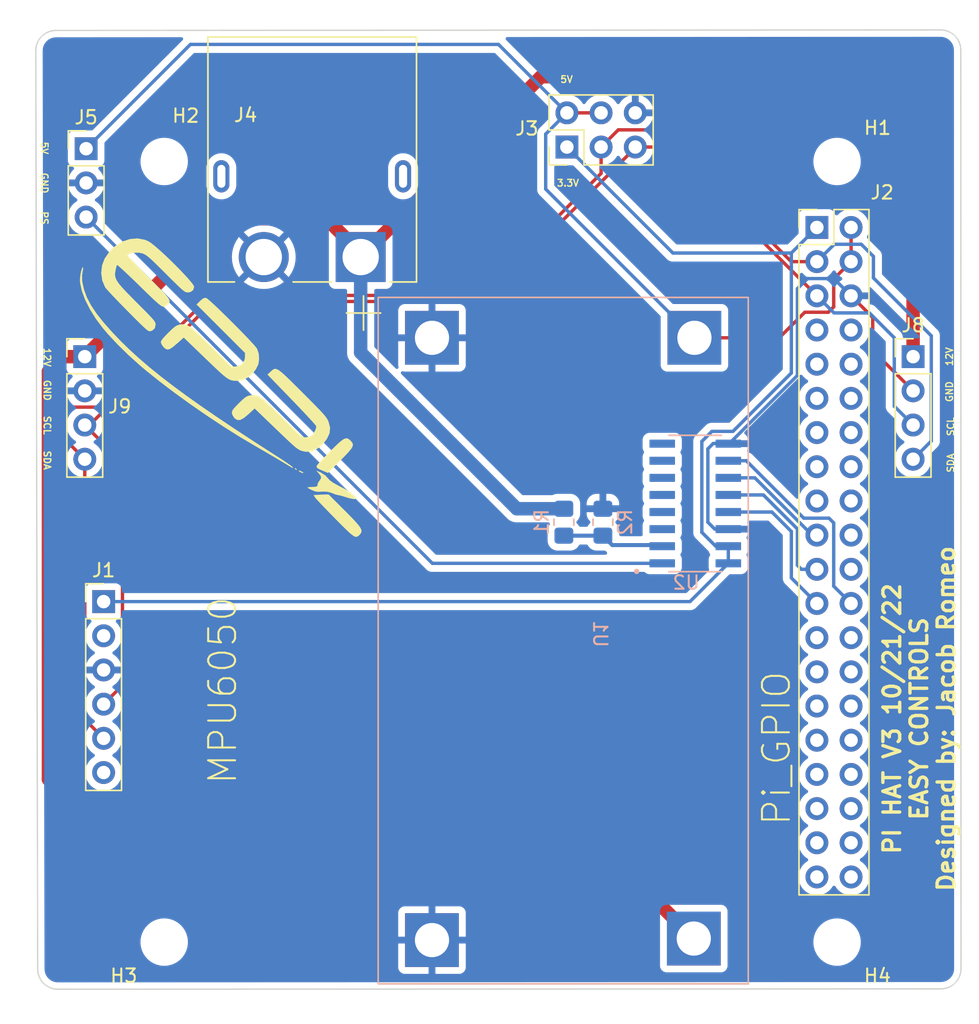
<source format=kicad_pcb>
(kicad_pcb (version 20211014) (generator pcbnew)
  (layers (0 "F.Cu" signal) (31 "B.Cu" signal) (34 "B.Paste" user) (35 "F.Paste" user) (36 "B.SilkS" user "B.Silkscreen") (37 "F.SilkS" user "F.Silkscreen") (38 "B.Mask" user) (39 "F.Mask" user) (44 "Edge.Cuts" user))
  (net 0 "")
  (net 14 "/3.3V")
  (net 17 "/MOSI")
  (net 18 "/MISO")
  (net 19 "/CS")
  (net 36 "GND")
  (net 37 "/5V")
  (net 38 "/SCL")
  (net 39 "/SDA")
  (net 40 "/A-D Converter/PS")
  (net 41 "/12V")
  (net 42 "/A-D Converter/4V")
  (net 43 "/SCLK")
  (net 46 "/VCC")
  (footprint "Connector_PinHeader_2.54mm:PinHeader_2x03_P2.54mm_Vertical" (layer "F.Cu") (at 132.425 73.425 90)
    (fp_text reference "J3" (at 1.375 -2.975) (layer "F.SilkS"))
    (fp_text value "Display")
    (fp_line (start 3.87 -1.33) (end 3.87 6.41) (layer "F.SilkS") (width 0.12))
    (fp_line (start -1.33 0) (end -1.33 -1.33) (layer "F.SilkS") (width 0.12))
    (fp_line (start 1.27 1.27) (end 1.27 -1.33) (layer "F.SilkS") (width 0.12))
    (fp_line (start -1.33 1.27) (end 1.27 1.27) (layer "F.SilkS") (width 0.12))
    (fp_line (start -1.33 -1.33) (end 0 -1.33) (layer "F.SilkS") (width 0.12))
    (fp_line (start 1.27 -1.33) (end 3.87 -1.33) (layer "F.SilkS") (width 0.12))
    (fp_line (start -1.33 6.41) (end 3.87 6.41) (layer "F.SilkS") (width 0.12))
    (fp_line (start -1.33 1.27) (end -1.33 6.41) (layer "F.SilkS") (width 0.12))
    (pad "1" thru_hole rect locked (at 0 0 90) (size 1.7 1.7) (drill 1) (layers *.Cu *.Mask) (net 14 "/3.3V"))
    (pad "2" thru_hole oval locked (at 2.54 0 90) (size 1.7 1.7) (drill 1) (layers *.Cu *.Mask) (net 37 "/5V"))
    (pad "3" thru_hole oval locked (at 0 2.54 90) (size 1.7 1.7) (drill 1) (layers *.Cu *.Mask) (net 39 "/SDA"))
    (pad "4" thru_hole oval locked (at 2.54 2.54 90) (size 1.7 1.7) (drill 1) (layers *.Cu *.Mask) (net 37 "/5V"))
    (pad "5" thru_hole oval locked (at 0 5.08 90) (size 1.7 1.7) (drill 1) (layers *.Cu *.Mask) (net 38 "/SCL"))
    (pad "6" thru_hole oval locked (at 2.54 5.08 90) (size 1.7 1.7) (drill 1) (layers *.Cu *.Mask) (net 36 "GND"))
  )
  (footprint "MountingHole:MountingHole_2.5mm" (layer "F.Cu") (at 152.5 74.5)
    (fp_text reference "H1" (at 3 -2.5) (layer "F.SilkS"))
    (fp_text value "MountingHole" hide)
    (pad "" np_thru_hole circle locked (at 0 0) (size 2.5 2.5) (drill 2.5) (layers *.Cu *.Mask))
  )
  (footprint "MountingHole:MountingHole_2.5mm" (layer "F.Cu") (at 102.5 74.5)
    (fp_text reference "H2" (at 1.6 -3.4) (layer "F.SilkS"))
    (fp_text value "MountingHole" hide)
    (pad "" np_thru_hole circle locked (at 0 0) (size 2.5 2.5) (drill 2.5) (layers *.Cu *.Mask))
  )
  (footprint "MountingHole:MountingHole_2.5mm" (layer "F.Cu") (at 102.5 132.5)
    (fp_text reference "H3" (at -3 2.5) (layer "F.SilkS"))
    (fp_text value "MountingHole" hide)
    (pad "" np_thru_hole circle locked (at 0 0) (size 2.5 2.5) (drill 2.5) (layers *.Cu *.Mask))
  )
  (footprint "Connector_PinHeader_2.54mm:PinHeader_1x06_P2.54mm_Vertical" (layer "F.Cu") (at 98 107.2)
    (fp_text reference "J1" (at 0 -2.33) (layer "F.SilkS"))
    (fp_text value "MPU 6050")
    (fp_line (start -1.33 1.27) (end -1.33 14.03) (layer "F.SilkS") (width 0.12))
    (fp_line (start 1.33 1.27) (end 1.33 14.03) (layer "F.SilkS") (width 0.12))
    (fp_line (start -1.33 14.03) (end 1.33 14.03) (layer "F.SilkS") (width 0.12))
    (fp_line (start -1.33 -1.33) (end 0 -1.33) (layer "F.SilkS") (width 0.12))
    (fp_line (start -1.33 0) (end -1.33 -1.33) (layer "F.SilkS") (width 0.12))
    (fp_line (start -1.33 1.27) (end 1.33 1.27) (layer "F.SilkS") (width 0.12))
    (pad "1" thru_hole rect (at 0 0) (size 1.7 1.7) (drill 1) (layers *.Cu *.Mask) (net 14 "/3.3V"))
    (pad "2" thru_hole oval (at 0 2.54) (size 1.7 1.7) (drill 1) (layers *.Cu *.Mask))
    (pad "3" thru_hole oval (at 0 5.08) (size 1.7 1.7) (drill 1) (layers *.Cu *.Mask) (net 36 "GND"))
    (pad "4" thru_hole oval (at 0 7.62) (size 1.7 1.7) (drill 1) (layers *.Cu *.Mask) (net 38 "/SCL"))
    (pad "5" thru_hole oval (at 0 10.16) (size 1.7 1.7) (drill 1) (layers *.Cu *.Mask) (net 39 "/SDA"))
    (pad "6" thru_hole oval (at 0 12.7) (size 1.7 1.7) (drill 1) (layers *.Cu *.Mask))
  )
  (footprint "MountingHole:MountingHole_2.5mm" (layer "F.Cu") (at 152.5 132.5)
    (fp_text reference "H4" (at 3 2.5) (layer "F.SilkS"))
    (fp_text value "MountingHole" hide)
    (pad "" np_thru_hole circle locked (at 0 0) (size 2.5 2.5) (drill 2.5) (layers *.Cu *.Mask))
  )
  (footprint "Connector_PinHeader_2.54mm:PinHeader_2x20_P2.54mm_Vertical" (layer "F.Cu") (at 151 79.4)
    (fp_text reference "J2" (at 4.85 -2.6) (layer "F.SilkS"))
    (fp_text value "Pi_GPIO" (at -3 38.7 90) (layer "F.SilkS") (effects (font (size 2 2))))
    (fp_line (start 1.27 1.27) (end 1.27 -1.33) (layer "F.SilkS") (width 0.12))
    (fp_line (start 3.87 -1.33) (end 3.87 49.59) (layer "F.SilkS") (width 0.12))
    (fp_line (start 1.27 -1.33) (end 3.87 -1.33) (layer "F.SilkS") (width 0.12))
    (fp_line (start -1.33 -1.33) (end 0 -1.33) (layer "F.SilkS") (width 0.12))
    (fp_line (start -1.33 1.27) (end -1.33 49.59) (layer "F.SilkS") (width 0.12))
    (fp_line (start -1.33 1.27) (end 1.27 1.27) (layer "F.SilkS") (width 0.12))
    (fp_line (start -1.33 0) (end -1.33 -1.33) (layer "F.SilkS") (width 0.12))
    (fp_line (start -1.33 49.59) (end 3.87 49.59) (layer "F.SilkS") (width 0.12))
    (pad "1" thru_hole rect locked (at 0 0) (size 1.7 1.7) (drill 1) (layers *.Cu *.Mask) (net 14 "/3.3V"))
    (pad "2" thru_hole oval locked (at 2.54 0) (size 1.7 1.7) (drill 1) (layers *.Cu *.Mask) (net 37 "/5V"))
    (pad "3" thru_hole oval locked (at 0 2.54) (size 1.7 1.7) (drill 1) (layers *.Cu *.Mask) (net 39 "/SDA"))
    (pad "4" thru_hole oval locked (at 2.54 2.54) (size 1.7 1.7) (drill 1) (layers *.Cu *.Mask) (net 37 "/5V"))
    (pad "5" thru_hole oval locked (at 0 5.08) (size 1.7 1.7) (drill 1) (layers *.Cu *.Mask) (net 38 "/SCL"))
    (pad "6" thru_hole oval locked (at 2.54 5.08) (size 1.7 1.7) (drill 1) (layers *.Cu *.Mask) (net 36 "GND"))
    (pad "7" thru_hole oval locked (at 0 7.62) (size 1.7 1.7) (drill 1) (layers *.Cu *.Mask))
    (pad "8" thru_hole oval locked (at 2.54 7.62) (size 1.7 1.7) (drill 1) (layers *.Cu *.Mask))
    (pad "9" thru_hole oval locked (at 0 10.16) (size 1.7 1.7) (drill 1) (layers *.Cu *.Mask))
    (pad "10" thru_hole oval locked (at 2.54 10.16) (size 1.7 1.7) (drill 1) (layers *.Cu *.Mask))
    (pad "11" thru_hole oval locked (at 0 12.7) (size 1.7 1.7) (drill 1) (layers *.Cu *.Mask))
    (pad "12" thru_hole oval locked (at 2.54 12.7) (size 1.7 1.7) (drill 1) (layers *.Cu *.Mask))
    (pad "13" thru_hole oval locked (at 0 15.24) (size 1.7 1.7) (drill 1) (layers *.Cu *.Mask))
    (pad "14" thru_hole oval locked (at 2.54 15.24) (size 1.7 1.7) (drill 1) (layers *.Cu *.Mask))
    (pad "15" thru_hole oval locked (at 0 17.78) (size 1.7 1.7) (drill 1) (layers *.Cu *.Mask))
    (pad "16" thru_hole oval locked (at 2.54 17.78) (size 1.7 1.7) (drill 1) (layers *.Cu *.Mask))
    (pad "17" thru_hole oval locked (at 0 20.32) (size 1.7 1.7) (drill 1) (layers *.Cu *.Mask))
    (pad "18" thru_hole oval locked (at 2.54 20.32) (size 1.7 1.7) (drill 1) (layers *.Cu *.Mask))
    (pad "19" thru_hole oval locked (at 0 22.86) (size 1.7 1.7) (drill 1) (layers *.Cu *.Mask) (net 17 "/MOSI"))
    (pad "20" thru_hole oval locked (at 2.54 22.86) (size 1.7 1.7) (drill 1) (layers *.Cu *.Mask))
    (pad "21" thru_hole oval locked (at 0 25.4) (size 1.7 1.7) (drill 1) (layers *.Cu *.Mask) (net 18 "/MISO"))
    (pad "22" thru_hole oval locked (at 2.54 25.4) (size 1.7 1.7) (drill 1) (layers *.Cu *.Mask))
    (pad "23" thru_hole oval locked (at 0 27.94) (size 1.7 1.7) (drill 1) (layers *.Cu *.Mask) (net 43 "/SCLK"))
    (pad "24" thru_hole oval locked (at 2.54 27.94) (size 1.7 1.7) (drill 1) (layers *.Cu *.Mask) (net 19 "/CS"))
    (pad "25" thru_hole oval locked (at 0 30.48) (size 1.7 1.7) (drill 1) (layers *.Cu *.Mask))
    (pad "26" thru_hole oval locked (at 2.54 30.48) (size 1.7 1.7) (drill 1) (layers *.Cu *.Mask))
    (pad "27" thru_hole oval locked (at 0 33.02) (size 1.7 1.7) (drill 1) (layers *.Cu *.Mask))
    (pad "28" thru_hole oval locked (at 2.54 33.02) (size 1.7 1.7) (drill 1) (layers *.Cu *.Mask))
    (pad "29" thru_hole oval locked (at 0 35.56) (size 1.7 1.7) (drill 1) (layers *.Cu *.Mask))
    (pad "30" thru_hole oval locked (at 2.54 35.56) (size 1.7 1.7) (drill 1) (layers *.Cu *.Mask))
    (pad "31" thru_hole oval locked (at 0 38.1) (size 1.7 1.7) (drill 1) (layers *.Cu *.Mask))
    (pad "32" thru_hole oval locked (at 2.54 38.1) (size 1.7 1.7) (drill 1) (layers *.Cu *.Mask))
    (pad "33" thru_hole oval locked (at 0 40.64) (size 1.7 1.7) (drill 1) (layers *.Cu *.Mask))
    (pad "34" thru_hole oval locked (at 2.54 40.64) (size 1.7 1.7) (drill 1) (layers *.Cu *.Mask))
    (pad "35" thru_hole oval locked (at 0 43.18) (size 1.7 1.7) (drill 1) (layers *.Cu *.Mask))
    (pad "36" thru_hole oval locked (at 2.54 43.18) (size 1.7 1.7) (drill 1) (layers *.Cu *.Mask))
    (pad "37" thru_hole oval locked (at 0 45.72) (size 1.7 1.7) (drill 1) (layers *.Cu *.Mask))
    (pad "38" thru_hole oval locked (at 2.54 45.72) (size 1.7 1.7) (drill 1) (layers *.Cu *.Mask))
    (pad "39" thru_hole oval locked (at 0 48.26) (size 1.7 1.7) (drill 1) (layers *.Cu *.Mask))
    (pad "40" thru_hole oval locked (at 2.54 48.26) (size 1.7 1.7) (drill 1) (layers *.Cu *.Mask))
  )
  (footprint ".pretty:AMASS_XT60PW-M" (layer "F.Cu") (at 113.5 75.6)
    (fp_text reference "J4" (at -4.95 -4.55) (layer "F.SilkS") (effects (font (size 1.000441 1.000441))))
    (fp_text value "INPUT-XT60")
    (fp_line (start 7.75 7.85) (end 7.75 -10.35) (layer "F.SilkS") (width 0.127))
    (fp_line (start 5.08 10.16) (end 3.81 10.16) (layer "F.SilkS") (width 0.127))
    (fp_line (start 7.75 7.85) (end 5.778 7.85) (layer "F.SilkS") (width 0.127))
    (fp_line (start -7.75 -10.35) (end -7.75 7.85) (layer "F.SilkS") (width 0.127))
    (fp_line (start 2.54 10.16) (end 3.81 10.16) (layer "F.SilkS") (width 0.127))
    (fp_line (start 3.81 10.16) (end 3.81 11.43) (layer "F.SilkS") (width 0.127))
    (fp_line (start -1.422 7.85) (end 1.422 7.85) (layer "F.SilkS") (width 0.127))
    (fp_line (start 3.81 10.16) (end 3.81 8.89) (layer "F.SilkS") (width 0.127))
    (fp_line (start -7.75 7.85) (end -5.778 7.85) (layer "F.SilkS") (width 0.127))
    (fp_line (start 7.75 -10.35) (end -7.75 -10.35) (layer "F.SilkS") (width 0.127))
    (pad "1" thru_hole rect locked (at 3.6 6) (size 3.716 3.716) (drill 2.7) (layers *.Cu *.Mask) (net 41 "/12V"))
    (pad "2" thru_hole circle locked (at -3.6 6) (size 3.716 3.716) (drill 2.7) (layers *.Cu *.Mask) (net 36 "GND"))
    (pad "S1" thru_hole oval locked (at 6.75 0) (size 1.2 2.4) (drill oval 0.6 1.7) (layers *.Cu *.Mask))
    (pad "S2" thru_hole oval locked (at -6.75 0) (size 1.2 2.4) (drill oval 0.6 1.7) (layers *.Cu *.Mask))
  )
  (footprint "Connector_PinHeader_2.54mm:PinHeader_1x03_P2.54mm_Vertical" (layer "F.Cu") (at 96.7 73.55)
    (fp_text reference "J5" (at 0 -2.33) (layer "F.SilkS"))
    (fp_text value "Pressure Sensor")
    (fp_line (start -1.33 0) (end -1.33 -1.33) (layer "F.SilkS") (width 0.12))
    (fp_line (start -1.33 -1.33) (end 0 -1.33) (layer "F.SilkS") (width 0.12))
    (fp_line (start -1.33 1.27) (end -1.33 6.41) (layer "F.SilkS") (width 0.12))
    (fp_line (start 1.33 1.27) (end 1.33 6.41) (layer "F.SilkS") (width 0.12))
    (fp_line (start -1.33 1.27) (end 1.33 1.27) (layer "F.SilkS") (width 0.12))
    (fp_line (start -1.33 6.41) (end 1.33 6.41) (layer "F.SilkS") (width 0.12))
    (pad "1" thru_hole rect (at 0 0) (size 1.7 1.7) (drill 1) (layers *.Cu *.Mask) (net 37 "/5V"))
    (pad "2" thru_hole oval (at 0 2.54) (size 1.7 1.7) (drill 1) (layers *.Cu *.Mask) (net 36 "GND"))
    (pad "3" thru_hole oval (at 0 5.08) (size 1.7 1.7) (drill 1) (layers *.Cu *.Mask) (net 40 "/A-D Converter/PS"))
  )
  (footprint ".pretty:eppl_logo" (layer "F.Cu") (at 107.72467 91.649653 -45)
    (fp_text reference "G***" hide)
    (fp_text value "LOGO" hide)
    (fp_poly (pts (xy 4.341266 -3.555302) (xy 4.914344 -3.552367) (xy 5.360348 -3.545941) (xy 5.700406 -3.534765) (xy 5.955648 -3.517585) (xy 6.147202 -3.493142) (xy 6.296196 -3.460182) (xy 6.423759 -3.417446) (xy 6.503638 -3.384502) (xy 6.887783 -3.152647) (xy 7.149571 -2.832037) (xy 7.301767 -2.402019) (xy 7.350569 -2.014536) (xy 7.325106 -1.446259) (xy 7.17313 -0.989706) (xy 6.893883 -0.643199) (xy 6.658577 -0.484002) (xy 6.542425 -0.426613) (xy 6.41923 -0.381568) (xy 6.266549 -0.346846) (xy 6.061935 -0.320423) (xy 5.782946 -0.300278) (xy 5.407136 -0.284387) (xy 4.912061 -0.270728) (xy 4.275278 -0.257279) (xy 4.106334 -0.254) (xy 1.905 -0.211667) (xy 1.87974 0.421189) (xy 1.840568 0.850387) (xy 1.755785 1.134766) (xy 1.613592 1.29543) (xy 1.402184 1.353483) (xy 1.357727 1.354666) (xy 1.119599 1.309044) (xy 0.968682 1.23433) (xy 0.888779 1.153746) (xy 0.839491 1.029827) (xy 0.813839 0.825072) (xy 0.804841 0.501976) (xy 0.804334 0.351446) (xy 0.810735 -0.037867) (xy 0.835116 -0.302497) (xy 0.88524 -0.486785) (xy 0.968871 -0.635073) (xy 0.979685 -0.650051) (xy 1.102883 -0.805403) (xy 1.232257 -0.927477) (xy 1.389052 -1.02026) (xy 1.59451 -1.087739) (xy 1.869874 -1.1339) (xy 2.236386 -1.16273) (xy 2.715289 -1.178216) (xy 3.327827 -1.184345) (xy 3.831167 -1.185202) (xy 4.482924 -1.185952) (xy 4.986604 -1.189158) (xy 5.363461 -1.196391) (xy 5.634747 -1.209222) (xy 5.821717 -1.229224) (xy 5.945624 -1.257968) (xy 6.027722 -1.297025) (xy 6.089264 -1.347967) (xy 6.093847 -1.352514) (xy 6.24327 -1.561504) (xy 6.315104 -1.735157) (xy 6.318644 -1.9698) (xy 6.249671 -2.235777) (xy 6.133675 -2.453409) (xy 6.063809 -2.52065) (xy 5.958259 -2.537383) (xy 5.704926 -2.555171) (xy 5.32535 -2.573178) (xy 4.841069 -2.590566) (xy 4.273623 -2.6065) (xy 3.644553 -2.620141) (xy 3.386667 -2.624667) (xy 0.804334 -2.667) (xy 0.815308 -2.99935) (xy 0.823077 -3.151071) (xy 0.846722 -3.272366) (xy 0.903396 -3.366642) (xy 1.010255 -3.437302) (xy 1.184453 -3.487752) (xy 1.443144 -3.521395) (xy 1.803482 -3.541637) (xy 2.282622 -3.551882) (xy 2.897718 -3.555535) (xy 3.619987 -3.556) (xy 4.341266 -3.555302)) (layer "F.SilkS") (width 0.01) (fill solid))
    (fp_poly (pts (xy -3.43942 -3.555109) (xy -2.858108 -3.550614) (xy -2.317315 -3.541829) (xy -1.843268 -3.528731) (xy -1.462193 -3.511296) (xy -1.200314 -3.489502) (xy -1.106481 -3.473001) (xy -0.778815 -3.312441) (xy -0.464314 -3.047574) (xy -0.228987 -2.734974) (xy -0.215423 -2.709334) (xy -0.081547 -2.308792) (xy -0.043418 -1.86076) (xy -0.096638 -1.419642) (xy -0.236811 -1.039843) (xy -0.364928 -0.85959) (xy -0.518213 -0.697086) (xy -0.654618 -0.569199) (xy -0.796283 -0.471363) (xy -0.965352 -0.399013) (xy -1.183965 -0.347583) (xy -1.474265 -0.312508) (xy -1.858393 -0.289223) (xy -2.358492 -0.273162) (xy -2.996702 -0.25976) (xy -3.302 -0.254) (xy -5.545666 -0.211667) (xy -5.588 0.490145) (xy -5.622362 0.883944) (xy -5.679781 1.137645) (xy -5.777454 1.280381) (xy -5.932576 1.341286) (xy -6.096 1.350795) (xy -6.324047 1.315331) (xy -6.455833 1.263218) (xy -6.526456 1.196942) (xy -6.570872 1.075316) (xy -6.59467 0.864585) (xy -6.603443 0.530994) (xy -6.604 0.368696) (xy -6.598614 -0.028993) (xy -6.577508 -0.300944) (xy -6.533261 -0.490552) (xy -6.458452 -0.641208) (xy -6.42208 -0.69501) (xy -6.310223 -0.837188) (xy -6.186598 -0.949018) (xy -6.030422 -1.034108) (xy -5.820913 -1.096065) (xy -5.537286 -1.138496) (xy -5.15876 -1.16501) (xy -4.664551 -1.179212) (xy -4.033877 -1.184711) (xy -3.597204 -1.185334) (xy -1.516303 -1.185334) (xy -1.308485 -1.393152) (xy -1.134914 -1.667802) (xy -1.100666 -1.905001) (xy -1.169759 -2.228021) (xy -1.308485 -2.416849) (xy -1.516303 -2.624667) (xy -6.604 -2.624667) (xy -6.604 -3.002688) (xy -6.582569 -3.269728) (xy -6.506905 -3.42007) (xy -6.440233 -3.468355) (xy -6.309592 -3.493254) (xy -6.035893 -3.514023) (xy -5.645362 -3.530639) (xy -5.164224 -3.543078) (xy -4.618703 -3.551318) (xy -4.035027 -3.555336) (xy -3.43942 -3.555109)) (layer "F.SilkS") (width 0.01) (fill solid))
    (fp_poly (pts (xy 7.823579 0.653284) (xy 7.789334 0.677333) (xy 7.608592 0.747533) (xy 7.535334 0.754752) (xy 7.484703 0.730578) (xy 7.577667 0.677333) (xy 7.757171 0.613841) (xy 7.849787 0.605824) (xy 7.823579 0.653284)) (layer "F.SilkS") (width 0.01) (fill solid))
    (fp_poly (pts (xy 7.00688 0.882657) (xy 7.024561 0.931472) (xy 7.020278 0.931998) (xy 6.9173 0.952959) (xy 6.67967 1.009907) (xy 6.336407 1.095407) (xy 5.916529 1.202023) (xy 5.449057 1.322321) (xy 4.96301 1.448866) (xy 4.487406 1.574223) (xy 4.051265 1.690958) (xy 3.937 1.721949) (xy 2.632226 2.055579) (xy 1.233126 2.374327) (xy -0.221333 2.671288) (xy -1.692184 2.939561) (xy -3.140461 3.172241) (xy -4.527196 3.362426) (xy -5.813423 3.503212) (xy -6.392333 3.551861) (xy -7.542986 3.612444) (xy -8.670677 3.624158) (xy -9.721699 3.587137) (xy -10.287 3.542202) (xy -11.147396 3.419029) (xy -11.963341 3.229516) (xy -12.706036 2.98364) (xy -13.346678 2.691377) (xy -13.856467 2.362702) (xy -13.971217 2.266065) (xy -14.131378 2.09484) (xy -14.297104 1.87696) (xy -14.439551 1.656866) (xy -14.529876 1.479001) (xy -14.540487 1.388931) (xy -14.476836 1.427398) (xy -14.367408 1.573681) (xy -14.324696 1.642845) (xy -14.149157 1.871383) (xy -13.90445 2.111449) (xy -13.785034 2.207346) (xy -13.290755 2.522161) (xy -12.737537 2.775028) (xy -12.104169 2.971203) (xy -11.369434 3.11594) (xy -10.51212 3.214495) (xy -9.511013 3.272123) (xy -9.482666 3.27313) (xy -8.614175 3.289184) (xy -7.717132 3.276085) (xy -6.779562 3.232123) (xy -5.789488 3.155588) (xy -4.734937 3.044771) (xy -3.603932 2.897962) (xy -2.384498 2.71345) (xy -1.06466 2.489528) (xy 0.367557 2.224483) (xy 1.92413 1.916608) (xy 3.617034 1.564191) (xy 5.458243 1.165525) (xy 5.786269 1.093159) (xy 6.209602 1.003508) (xy 6.571926 0.934286) (xy 6.842307 0.890829) (xy 6.989816 0.87847) (xy 7.00688 0.882657)) (layer "F.SilkS") (width 0.01) (fill solid))
    (fp_poly (pts (xy 12.639017 0.426495) (xy 13.135306 0.439095) (xy 13.501171 0.465803) (xy 13.756031 0.511291) (xy 13.919307 0.580229) (xy 14.01042 0.677288) (xy 14.04879 0.807138) (xy 14.054667 0.9192) (xy 14.048947 1.053853) (xy 14.018757 1.157373) (xy 13.944551 1.233671) (xy 13.806784 1.286659) (xy 13.585908 1.32025) (xy 13.26238 1.338355) (xy 12.816652 1.344886) (xy 12.22918 1.343754) (xy 11.942234 1.34198) (xy 11.376758 1.336759) (xy 10.856643 1.329204) (xy 10.409796 1.319941) (xy 10.064124 1.309593) (xy 9.847537 1.298786) (xy 9.800167 1.294023) (xy 9.631539 1.26213) (xy 9.567334 1.238418) (xy 9.620256 1.171142) (xy 9.7585 1.015353) (xy 9.937387 0.820708) (xy 10.30744 0.423333) (xy 11.992881 0.423333) (xy 12.639017 0.426495)) (layer "F.SilkS") (width 0.01) (fill solid))
    (fp_poly (pts (xy 7.34307 0.795513) (xy 7.317819 0.833995) (xy 7.231945 0.839982) (xy 7.141602 0.819305) (xy 7.180792 0.788829) (xy 7.313116 0.778736) (xy 7.34307 0.795513)) (layer "F.SilkS") (width 0.01) (fill solid))
    (fp_poly (pts (xy -9.203977 -3.566669) (xy -8.69612 -3.551667) (xy -8.260449 -3.527073) (xy -7.924614 -3.492809) (xy -7.716266 -3.448797) (xy -7.668381 -3.422953) (xy -7.54706 -3.200637) (xy -7.585021 -2.958073) (xy -7.704666 -2.794) (xy -7.767737 -2.739855) (xy -7.84929 -2.698644) (xy -7.971432 -2.668612) (xy -8.156272 -2.648002) (xy -8.425914 -2.63506) (xy -8.802467 -2.628029) (xy -9.308036 -2.625154) (xy -9.836935 -2.624667) (xy -10.472584 -2.623575) (xy -10.963133 -2.619115) (xy -11.332809 -2.609514) (xy -11.605836 -2.592999) (xy -11.806441 -2.567794) (xy -11.95885 -2.532127) (xy -12.087289 -2.484223) (xy -12.149682 -2.455326) (xy -12.356861 -2.316198) (xy -12.557638 -2.11952) (xy -12.721642 -1.90553) (xy -12.818501 -1.714467) (xy -12.817842 -1.586567) (xy -12.81128 -1.578836) (xy -12.715158 -1.564122) (xy -12.472617 -1.5509) (xy -12.106569 -1.539725) (xy -11.639924 -1.531149) (xy -11.095594 -1.525727) (xy -10.543822 -1.524) (xy -9.841705 -1.523119) (xy -9.290658 -1.518361) (xy -8.872418 -1.506556) (xy -8.568724 -1.484536) (xy -8.361314 -1.44913) (xy -8.231925 -1.397168) (xy -8.162296 -1.32548) (xy -8.134164 -1.230897) (xy -8.129268 -1.110248) (xy -8.129296 -1.1049) (xy -8.13212 -0.969685) (xy -8.150909 -0.863197) (xy -8.203861 -0.781762) (xy -8.30917 -0.721705) (xy -8.485032 -0.679352) (xy -8.749642 -0.651028) (xy -9.121197 -0.633058) (xy -9.617891 -0.621768) (xy -10.25792 -0.613483) (xy -10.58015 -0.609947) (xy -11.182891 -0.601186) (xy -11.726203 -0.589137) (xy -12.188288 -0.574619) (xy -12.547346 -0.558454) (xy -12.781579 -0.541462) (xy -12.869187 -0.524463) (xy -12.869333 -0.523767) (xy -12.825596 -0.421894) (xy -12.715738 -0.238652) (xy -12.662837 -0.158755) (xy -12.537436 0.012264) (xy -12.4065 0.146161) (xy -12.248393 0.24745) (xy -12.041478 0.320644) (xy -11.76412 0.370254) (xy -11.394684 0.400794) (xy -10.911533 0.416776) (xy -10.293031 0.422714) (xy -9.872038 0.423333) (xy -9.237455 0.424077) (xy -8.750324 0.42745) (xy -8.388765 0.435161) (xy -8.130899 0.448919) (xy -7.954845 0.470434) (xy -7.838725 0.501415) (xy -7.760659 0.543571) (xy -7.704666 0.592666) (xy -7.555707 0.818426) (xy -7.566014 1.061636) (xy -7.622979 1.190899) (xy -7.657514 1.240798) (xy -7.714459 1.279268) (xy -7.813848 1.307681) (xy -7.975716 1.327408) (xy -8.220097 1.339822) (xy -8.567026 1.346294) (xy -9.036537 1.348198) (xy -9.648664 1.346904) (xy -9.887812 1.346) (xy -10.492076 1.341274) (xy -11.052026 1.332518) (xy -11.541698 1.320484) (xy -11.935128 1.305926) (xy -12.206352 1.289595) (xy -12.319 1.275497) (xy -12.826503 1.069119) (xy -13.273587 0.72796) (xy -13.626802 0.284414) (xy -13.844907 -0.202169) (xy -13.962355 -0.838329) (xy -13.944246 -1.459177) (xy -13.801198 -2.040172) (xy -13.543827 -2.556774) (xy -13.182747 -2.984442) (xy -12.728574 -3.298637) (xy -12.457444 -3.409573) (xy -12.218528 -3.459557) (xy -11.858238 -3.50049) (xy -11.404225 -3.532293) (xy -10.884142 -3.554889) (xy -10.325638 -3.568202) (xy -9.756366 -3.572155) (xy -9.203977 -3.566669)) (layer "F.SilkS") (width 0.01) (fill solid))
    (fp_poly (pts (xy 8.814921 -3.543634) (xy 8.946347 -3.49164) (xy 9.037504 -3.377676) (xy 9.095613 -3.179399) (xy 9.1279 -2.874466) (xy 9.141588 -2.440535) (xy 9.144 -1.984756) (xy 9.144 -0.679606) (xy 8.861459 -0.561553) (xy 8.547625 -0.436573) (xy 8.352989 -0.380045) (xy 8.243939 -0.387455) (xy 8.186866 -0.454287) (xy 8.18036 -0.470069) (xy 8.16241 -0.598556) (xy 8.147112 -0.863907) (xy 8.135617 -1.233658) (xy 8.129073 -1.675347) (xy 8.128 -1.948211) (xy 8.131745 -2.508655) (xy 8.14764 -2.921969) (xy 8.182675 -3.210278) (xy 8.243841 -3.395704) (xy 8.338129 -3.500374) (xy 8.472528 -3.546411) (xy 8.636 -3.556) (xy 8.814921 -3.543634)) (layer "F.SilkS") (width 0.01) (fill solid))
    (fp_poly (pts (xy 11.950404 -0.80449) (xy 11.933521 -0.714279) (xy 11.932519 -0.713062) (xy 11.79682 -0.601455) (xy 11.567241 -0.458124) (xy 11.392985 -0.364744) (xy 11.131334 -0.226219) (xy 10.919589 -0.100994) (xy 10.837334 -0.043094) (xy 10.675536 0.054809) (xy 10.440104 0.1586) (xy 10.393541 0.175673) (xy 10.136754 0.317523) (xy 9.881995 0.537028) (xy 9.813871 0.614621) (xy 9.624902 0.826748) (xy 9.435563 0.967014) (xy 9.181909 1.075558) (xy 8.974667 1.141432) (xy 8.859913 1.169122) (xy 8.842587 1.140141) (xy 8.93072 1.030843) (xy 9.058355 0.895045) (xy 9.229487 0.697178) (xy 9.282023 0.577732) (xy 9.240587 0.515367) (xy 9.154051 0.386207) (xy 9.115618 0.201559) (xy 9.071715 -0.021621) (xy 8.942228 -0.135887) (xy 8.688415 -0.174597) (xy 8.678334 -0.174944) (xy 8.424334 -0.183147) (xy 8.720167 -0.311916) (xy 9.134925 -0.403383) (xy 9.376345 -0.391294) (xy 9.624699 -0.38249) (xy 9.919236 -0.427315) (xy 10.304514 -0.53389) (xy 10.490001 -0.594285) (xy 10.903989 -0.717572) (xy 11.282244 -0.802313) (xy 11.599545 -0.846431) (xy 11.830672 -0.847849) (xy 11.950404 -0.80449)) (layer "F.SilkS") (width 0.01) (fill solid))
  )
  (footprint "Connector_PinHeader_2.54mm:PinHeader_1x04_P2.54mm_Vertical" (layer "F.Cu") (at 158.15 89)
    (fp_text reference "J8" (at 0 -2.33) (layer "F.SilkS"))
    (fp_text value "Conn_01x04_Male")
    (fp_line (start -1.33 1.27) (end -1.33 8.95) (layer "F.SilkS") (width 0.12))
    (fp_line (start 1.33 1.27) (end 1.33 8.95) (layer "F.SilkS") (width 0.12))
    (fp_line (start -1.33 -1.33) (end 0 -1.33) (layer "F.SilkS") (width 0.12))
    (fp_line (start -1.33 1.27) (end 1.33 1.27) (layer "F.SilkS") (width 0.12))
    (fp_line (start -1.33 8.95) (end 1.33 8.95) (layer "F.SilkS") (width 0.12))
    (fp_line (start -1.33 0) (end -1.33 -1.33) (layer "F.SilkS") (width 0.12))
    (pad "1" thru_hole rect (at 0 0) (size 1.7 1.7) (drill 1) (layers *.Cu *.Mask) (net 41 "/12V"))
    (pad "2" thru_hole oval (at 0 2.54) (size 1.7 1.7) (drill 1) (layers *.Cu *.Mask) (net 36 "GND"))
    (pad "3" thru_hole oval (at 0 5.08) (size 1.7 1.7) (drill 1) (layers *.Cu *.Mask) (net 38 "/SCL"))
    (pad "4" thru_hole oval (at 0 7.62) (size 1.7 1.7) (drill 1) (layers *.Cu *.Mask) (net 39 "/SDA"))
  )
  (footprint "Connector_PinHeader_2.54mm:PinHeader_1x04_P2.54mm_Vertical" (layer "F.Cu") (at 96.6 89)
    (fp_text reference "J9" (at 2.6 3.7) (layer "F.SilkS"))
    (fp_text value "Conn_01x04_Male")
    (fp_line (start -1.33 8.95) (end 1.33 8.95) (layer "F.SilkS") (width 0.12))
    (fp_line (start -1.33 -1.33) (end 0 -1.33) (layer "F.SilkS") (width 0.12))
    (fp_line (start 1.33 1.27) (end 1.33 8.95) (layer "F.SilkS") (width 0.12))
    (fp_line (start -1.33 1.27) (end -1.33 8.95) (layer "F.SilkS") (width 0.12))
    (fp_line (start -1.33 0) (end -1.33 -1.33) (layer "F.SilkS") (width 0.12))
    (fp_line (start -1.33 1.27) (end 1.33 1.27) (layer "F.SilkS") (width 0.12))
    (pad "1" thru_hole rect (at 0 0) (size 1.7 1.7) (drill 1) (layers *.Cu *.Mask) (net 41 "/12V"))
    (pad "2" thru_hole oval (at 0 2.54) (size 1.7 1.7) (drill 1) (layers *.Cu *.Mask) (net 36 "GND"))
    (pad "3" thru_hole oval (at 0 5.08) (size 1.7 1.7) (drill 1) (layers *.Cu *.Mask) (net 38 "/SCL"))
    (pad "4" thru_hole oval (at 0 7.62) (size 1.7 1.7) (drill 1) (layers *.Cu *.Mask) (net 39 "/SDA"))
  )
  (footprint "Resistor_SMD:R_0805_2012Metric_Pad1.20x1.40mm_HandSolder" (layer "B.Cu") (at 132.2 101.3 -90)
    (fp_text reference "R1" (at 0 1.65 90) (layer "B.SilkS") (effects (justify mirror)))
    (fp_text value "2k")
    (fp_line (start -0.227064 -0.735) (end 0.227064 -0.735) (layer "B.SilkS") (width 0.12))
    (fp_line (start -0.227064 0.735) (end 0.227064 0.735) (layer "B.SilkS") (width 0.12))
    (pad "1" smd roundrect (at -1 0 270) (size 1.2 1.4) (layers "B.Cu" "B.Paste" "B.Mask") (roundrect_rratio 0.2083333333) (net 41 "/12V"))
    (pad "2" smd roundrect (at 1 0 270) (size 1.2 1.4) (layers "B.Cu" "B.Paste" "B.Mask") (roundrect_rratio 0.2083333333) (net 42 "/A-D Converter/4V"))
  )
  (footprint ".pretty:LM2596S_mod" (layer "B.Cu") (at 144.9 123.6 90)
    (fp_text reference "U1" (at 14 -10 270 unlocked) (layer "B.SilkS") (effects (justify mirror)))
    (fp_text value "LM2596S")
    (fp_rect (start -12 1) (end 39 -26.5) (layer "B.SilkS") (width 0.12) (fill none))
    (pad "1" thru_hole rect (at -8.636 -3.048 90) (size 4 4) (drill 2.54) (layers *.Cu *.Mask) (net 46 "/VCC"))
    (pad "2" thru_hole rect (at -8.75 -22.5 90) (size 4 4) (drill 2.54) (layers *.Cu *.Mask) (net 36 "GND"))
    (pad "3" thru_hole rect (at 36 -3 90) (size 4 4) (drill 2.54) (layers *.Cu *.Mask) (net 37 "/5V"))
    (pad "4" thru_hole rect (at 36 -22.5 90) (size 4 4) (drill 2.54) (layers *.Cu *.Mask) (net 36 "GND"))
  )
  (footprint "Resistor_SMD:R_0805_2012Metric_Pad1.20x1.40mm_HandSolder" (layer "B.Cu") (at 135.1 101.3 90)
    (fp_text reference "R2" (at 0 1.65 90) (layer "B.SilkS") (effects (justify mirror)))
    (fp_text value "1k")
    (fp_line (start -0.227064 0.735) (end 0.227064 0.735) (layer "B.SilkS") (width 0.12))
    (fp_line (start -0.227064 -0.735) (end 0.227064 -0.735) (layer "B.SilkS") (width 0.12))
    (pad "1" smd roundrect (at -1 0 90) (size 1.2 1.4) (layers "B.Cu" "B.Paste" "B.Mask") (roundrect_rratio 0.2083333333) (net 42 "/A-D Converter/4V"))
    (pad "2" smd roundrect (at 1 0 90) (size 1.2 1.4) (layers "B.Cu" "B.Paste" "B.Mask") (roundrect_rratio 0.2083333333) (net 36 "GND"))
  )
  (footprint ".pretty:SOIC127P600X175-16N" (layer "B.Cu") (at 141.9625 99.91)
    (fp_text reference "U2" (at -0.675 5.877) (layer "B.SilkS") (effects (justify mirror)))
    (fp_text value "MCP3008-I/SL")
    (fp_line (start -1.95 -5.065) (end 1.95 -5.065) (layer "B.SilkS") (width 0.127))
    (fp_line (start -1.95 5.065) (end 1.95 5.065) (layer "B.SilkS") (width 0.127))
    (fp_circle (center -4.355 5.045) (end -4.255 5.045) (layer "B.SilkS") (width 0.2) (fill none))
    (pad "1" smd roundrect locked (at -2.455 4.445) (size 1.9 0.6) (layers "B.Cu" "B.Paste" "B.Mask") (roundrect_rratio 0.07) (net 40 "/A-D Converter/PS"))
    (pad "2" smd roundrect locked (at -2.455 3.175) (size 1.9 0.6) (layers "B.Cu" "B.Paste" "B.Mask") (roundrect_rratio 0.07) (net 42 "/A-D Converter/4V"))
    (pad "3" smd roundrect locked (at -2.455 1.905) (size 1.9 0.6) (layers "B.Cu" "B.Paste" "B.Mask") (roundrect_rratio 0.07))
    (pad "4" smd roundrect locked (at -2.455 0.635) (size 1.9 0.6) (layers "B.Cu" "B.Paste" "B.Mask") (roundrect_rratio 0.07))
    (pad "5" smd roundrect locked (at -2.455 -0.635) (size 1.9 0.6) (layers "B.Cu" "B.Paste" "B.Mask") (roundrect_rratio 0.07))
    (pad "6" smd roundrect locked (at -2.455 -1.905) (size 1.9 0.6) (layers "B.Cu" "B.Paste" "B.Mask") (roundrect_rratio 0.07))
    (pad "7" smd roundrect locked (at -2.455 -3.175) (size 1.9 0.6) (layers "B.Cu" "B.Paste" "B.Mask") (roundrect_rratio 0.07))
    (pad "8" smd roundrect locked (at -2.455 -4.445) (size 1.9 0.6) (layers "B.Cu" "B.Paste" "B.Mask") (roundrect_rratio 0.07))
    (pad "9" smd roundrect locked (at 2.455 -4.445) (size 1.9 0.6) (layers "B.Cu" "B.Paste" "B.Mask") (roundrect_rratio 0.07) (net 36 "GND"))
    (pad "10" smd roundrect locked (at 2.455 -3.175) (size 1.9 0.6) (layers "B.Cu" "B.Paste" "B.Mask") (roundrect_rratio 0.07) (net 19 "/CS"))
    (pad "11" smd roundrect locked (at 2.455 -1.905) (size 1.9 0.6) (layers "B.Cu" "B.Paste" "B.Mask") (roundrect_rratio 0.07) (net 17 "/MOSI"))
    (pad "12" smd roundrect locked (at 2.455 -0.635) (size 1.9 0.6) (layers "B.Cu" "B.Paste" "B.Mask") (roundrect_rratio 0.07) (net 18 "/MISO"))
    (pad "13" smd roundrect locked (at 2.455 0.635) (size 1.9 0.6) (layers "B.Cu" "B.Paste" "B.Mask") (roundrect_rratio 0.07) (net 43 "/SCLK"))
    (pad "14" smd roundrect locked (at 2.455 1.905) (size 1.9 0.6) (layers "B.Cu" "B.Paste" "B.Mask") (roundrect_rratio 0.07) (net 36 "GND"))
    (pad "15" smd roundrect locked (at 2.455 3.175) (size 1.9 0.6) (layers "B.Cu" "B.Paste" "B.Mask") (roundrect_rratio 0.07) (net 14 "/3.3V"))
    (pad "16" smd roundrect locked (at 2.455 4.445) (size 1.9 0.6) (layers "B.Cu" "B.Paste" "B.Mask") (roundrect_rratio 0.07) (net 14 "/3.3V"))
  )
  (gr_line (start 94.46066 64.7625) (end 160.19283 64.72408) (layer "Edge.Cuts") (width 0.1))
  (gr_arc (start 92.96066 66.2625) (mid 93.400012 65.201852) (end 94.46066 64.7625) (layer "Edge.Cuts") (width 0.1))
  (gr_line (start 93.1 134.5) (end 92.96066 66.2625) (layer "Edge.Cuts") (width 0.1))
  (gr_arc (start 161.70717 134.47592) (mid 161.267818 135.536568) (end 160.20717 135.97592) (layer "Edge.Cuts") (width 0.1))
  (gr_line (start 161.69283 66.22408) (end 161.70717 134.47592) (layer "Edge.Cuts") (width 0.1))
  (gr_arc (start 94.6 136) (mid 93.53934 135.56066) (end 93.1 134.5) (layer "Edge.Cuts") (width 0.1))
  (gr_arc (start 160.19283 64.72408) (mid 161.25349 65.16342) (end 161.69283 66.22408) (layer "Edge.Cuts") (width 0.1))
  (gr_line (start 160.20717 135.97592) (end 94.6 136) (layer "Edge.Cuts") (width 0.1))
  (gr_text "MPU6050" (at 106.85 113.8 90) (layer "F.SilkS") (effects (font (size 2 2))))
  (gr_text "3.3V" (at 132.5 76.1) (layer "F.SilkS") (effects (font (size 0.5 0.5) (thickness 0.1))))
  (gr_text "5V" (at 132.4 68.4) (layer "F.SilkS") (effects (font (size 0.5 0.5) (thickness 0.1))))
  (gr_text "GND" (at 93.6 76.1 270) (layer "F.SilkS") (effects (font (size 0.5 0.5) (thickness 0.1))))
  (gr_text "PS" (at 93.6 78.7 270) (layer "F.SilkS") (effects (font (size 0.5 0.5) (thickness 0.1))))
  (gr_text "GND" (at 93.8 91.5 -90) (layer "F.SilkS") (effects (font (size 0.5 0.5) (thickness 0.1))))
  (gr_text "GND" (at 160.85 91.6 90) (layer "F.SilkS") (effects (font (size 0.5 0.5) (thickness 0.1))))
  (gr_text "SDA" (at 160.95 96.9 90) (layer "F.SilkS") (effects (font (size 0.5 0.5) (thickness 0.1))))
  (gr_text "12V" (at 93.8 89.05 -90) (layer "F.SilkS") (effects (font (size 0.5 0.5) (thickness 0.1))))
  (gr_text "SDA" (at 93.8 96.7 -90) (layer "F.SilkS") (effects (font (size 0.5 0.5) (thickness 0.1))))
  (gr_text "5V" (at 93.6 73.5 270) (layer "F.SilkS") (effects (font (size 0.5 0.5) (thickness 0.1))))
  (gr_text "SCL" (at 93.8 94.1 -90) (layer "F.SilkS") (effects (font (size 0.5 0.5) (thickness 0.1))))
  (gr_text "12V" (at 160.85 89 90) (layer "F.SilkS") (effects (font (size 0.5 0.5) (thickness 0.1))))
  (gr_text "SCL" (at 160.95 94.2 90) (layer "F.SilkS") (effects (font (size 0.5 0.5) (thickness 0.1))))
  (gr_text "PI HAT V3 10/21/22\nEASY CONTROLS\nDesigned by: Jacob Romeo" (at 158.6 115.9 90) (layer "F.SilkS") (effects (font (size 1.25 1.25) (thickness 0.25))))
  (segment (start 144.4175 104.355) (end 144.4175 103.085) (width 0.25) (layer "B.Cu") (net 14))
  (segment (start 98 107.2) (end 141.5725 107.2) (width 0.25) (layer "B.Cu") (net 14))
  (segment (start 149.1 81.3) (end 151 79.4) (width 0.25) (layer "B.Cu") (net 14))
  (segment (start 143.2 94.55) (end 144.763604 94.55) (width 0.25) (layer "B.Cu") (net 14))
  (segment (start 149.1 90.213604) (end 149.1 81.3) (width 0.25) (layer "B.Cu") (net 14))
  (segment (start 144.763604 94.55) (end 149.1 90.213604) (width 0.25) (layer "B.Cu") (net 14))
  (segment (start 144.4175 103.085) (end 143.485 103.085) (width 0.25) (layer "B.Cu") (net 14))
  (segment (start 143.485 103.085) (end 142.45 102.05) (width 0.25) (layer "B.Cu") (net 14))
  (segment (start 132.425 73.425) (end 140.3 81.3) (width 0.25) (layer "B.Cu") (net 14))
  (segment (start 142.45 102.05) (end 142.45 95.3) (width 0.25) (layer "B.Cu") (net 14))
  (segment (start 142.45 95.3) (end 143.2 94.55) (width 0.25) (layer "B.Cu") (net 14))
  (segment (start 141.5725 107.2) (end 144.4175 104.355) (width 0.25) (layer "B.Cu") (net 14))
  (segment (start 140.3 81.3) (end 149.1 81.3) (width 0.25) (layer "B.Cu") (net 14))
  (segment (start 144.4175 98.005) (end 146.391396 98.005) (width 0.25) (layer "B.Cu") (net 17))
  (segment (start 146.391396 98.005) (end 150.646396 102.26) (width 0.25) (layer "B.Cu") (net 17))
  (segment (start 150.646396 102.26) (end 151 102.26) (width 0.25) (layer "B.Cu") (net 17))
  (segment (start 144.4175 99.275) (end 147.025 99.275) (width 0.25) (layer "B.Cu") (net 18))
  (segment (start 149.55 104.5) (end 149.85 104.8) (width 0.25) (layer "B.Cu") (net 18))
  (segment (start 149.85 104.8) (end 151 104.8) (width 0.25) (layer "B.Cu") (net 18))
  (segment (start 149.55 101.8) (end 149.55 104.5) (width 0.25) (layer "B.Cu") (net 18))
  (segment (start 147.025 99.275) (end 149.55 101.8) (width 0.25) (layer "B.Cu") (net 18))
  (segment (start 144.4175 96.735) (end 145.757792 96.735) (width 0.25) (layer "B.Cu") (net 19))
  (segment (start 145.757792 96.735) (end 150.022792 101) (width 0.25) (layer "B.Cu") (net 19))
  (segment (start 152.25 101.35) (end 152.25 106.05) (width 0.25) (layer "B.Cu") (net 19))
  (segment (start 150.022792 101) (end 151.9 101) (width 0.25) (layer "B.Cu") (net 19))
  (segment (start 152.25 106.05) (end 153.54 107.34) (width 0.25) (layer "B.Cu") (net 19))
  (segment (start 151.9 101) (end 152.25 101.35) (width 0.25) (layer "B.Cu") (net 19))
  (segment (start 155.15 88.54) (end 155.15 86.09) (width 0.25) (layer "F.Cu") (net 36))
  (segment (start 158.15 91.54) (end 155.15 88.54) (width 0.25) (layer "F.Cu") (net 36))
  (segment (start 155.15 86.09) (end 153.54 84.48) (width 0.25) (layer "F.Cu") (net 36))
  (segment (start 144.4175 101.815) (end 143.415 101.815) (width 0.25) (layer "B.Cu") (net 36))
  (segment (start 144.4175 95.465) (end 144.485 95.465) (width 0.25) (layer "B.Cu") (net 36))
  (segment (start 152.26 83.2) (end 153.54 84.48) (width 0.25) (layer "B.Cu") (net 36))
  (segment (start 142.9 95.85) (end 143.3 95.45) (width 0.25) (layer "B.Cu") (net 36))
  (segment (start 150.3 83.2) (end 152.26 83.2) (width 0.25) (layer "B.Cu") (net 36))
  (segment (start 149.55 83.95) (end 150.3 83.2) (width 0.25) (layer "B.Cu") (net 36))
  (segment (start 143.3 95.45) (end 144.4025 95.45) (width 0.25) (layer "B.Cu") (net 36))
  (segment (start 149.55 90.4) (end 149.55 83.95) (width 0.25) (layer "B.Cu") (net 36))
  (segment (start 144.4025 95.45) (end 144.4175 95.465) (width 0.25) (layer "B.Cu") (net 36))
  (segment (start 144.485 95.465) (end 149.55 90.4) (width 0.25) (layer "B.Cu") (net 36))
  (segment (start 143.415 101.815) (end 142.9 101.3) (width 0.25) (layer "B.Cu") (net 36))
  (segment (start 142.9 101.3) (end 142.9 95.85) (width 0.25) (layer "B.Cu") (net 36))
  (segment (start 134.965 70.885) (end 132.425 70.885) (width 0.25) (layer "F.Cu") (net 37))
  (segment (start 152.25 83.23) (end 153.54 81.94) (width 0.25) (layer "F.Cu") (net 37))
  (segment (start 141.9 87.6) (end 148.2 87.6) (width 0.25) (layer "F.Cu") (net 37))
  (segment (start 153.54 81.94) (end 153.54 79.4) (width 0.25) (layer "F.Cu") (net 37))
  (segment (start 150.1 85.7) (end 151.85 85.7) (width 0.25) (layer "F.Cu") (net 37))
  (segment (start 148.2 87.6) (end 150.1 85.7) (width 0.25) (layer "F.Cu") (net 37))
  (segment (start 152.25 85.3) (end 152.25 83.23) (width 0.25) (layer "F.Cu") (net 37))
  (segment (start 151.85 85.7) (end 152.25 85.3) (width 0.25) (layer "F.Cu") (net 37))
  (segment (start 130.85 76.55) (end 141.9 87.6) (width 0.25) (layer "B.Cu") (net 37))
  (segment (start 127.34 65.8) (end 132.425 70.885) (width 0.25) (layer "B.Cu") (net 37))
  (segment (start 96.7 73.55) (end 104.45 65.8) (width 0.25) (layer "B.Cu") (net 37))
  (segment (start 104.45 65.8) (end 127.34 65.8) (width 0.25) (layer "B.Cu") (net 37))
  (segment (start 130.85 72.46) (end 130.85 76.55) (width 0.25) (layer "B.Cu") (net 37))
  (segment (start 132.425 70.885) (end 130.85 72.46) (width 0.25) (layer "B.Cu") (net 37))
  (segment (start 126.086396 84.9) (end 106.136396 84.9) (width 0.25) (layer "F.Cu") (net 38))
  (segment (start 137.505 73.425) (end 139.945 73.425) (width 0.25) (layer "F.Cu") (net 38))
  (segment (start 139.945 73.425) (end 151 84.48) (width 0.25) (layer "F.Cu") (net 38))
  (segment (start 137.505 73.425) (end 137.505 73.481396) (width 0.25) (layer "F.Cu") (net 38))
  (segment (start 99.4 96.88) (end 96.6 94.08) (width 0.25) (layer "F.Cu") (net 38))
  (segment (start 98 114.82) (end 99.4 113.42) (width 0.25) (layer "F.Cu") (net 38))
  (segment (start 106.136396 84.9) (end 96.956396 94.08) (width 0.25) (layer "F.Cu") (net 38))
  (segment (start 137.505 73.481396) (end 126.086396 84.9) (width 0.25) (layer "F.Cu") (net 38))
  (segment (start 99.4 113.42) (end 99.4 96.88) (width 0.25) (layer "F.Cu") (net 38))
  (segment (start 96.956396 94.08) (end 96.6 94.08) (width 0.25) (layer "F.Cu") (net 38))
  (segment (start 154.9 85.75) (end 156.75 87.6) (width 0.25) (layer "B.Cu") (net 38))
  (segment (start 152.27 85.75) (end 154.9 85.75) (width 0.25) (layer "B.Cu") (net 38))
  (segment (start 156.75 87.6) (end 156.75 92.68) (width 0.25) (layer "B.Cu") (net 38))
  (segment (start 156.75 92.68) (end 158.15 94.08) (width 0.25) (layer "B.Cu") (net 38))
  (segment (start 151 84.48) (end 152.27 85.75) (width 0.25) (layer "B.Cu") (net 38))
  (segment (start 95.75 92.75) (end 97.65 92.75) (width 0.25) (layer "F.Cu") (net 39))
  (segment (start 134.965 73.425) (end 136.24 72.15) (width 0.25) (layer "F.Cu") (net 39))
  (segment (start 139.306396 72.15) (end 149.096396 81.94) (width 0.25) (layer "F.Cu") (net 39))
  (segment (start 96.6 96.62) (end 95.15 95.17) (width 0.25) (layer "F.Cu") (net 39))
  (segment (start 95.15 95.17) (end 95.15 93.35) (width 0.25) (layer "F.Cu") (net 39))
  (segment (start 149.096396 81.94) (end 151 81.94) (width 0.25) (layer "F.Cu") (net 39))
  (segment (start 96.6 115.96) (end 98 117.36) (width 0.25) (layer "F.Cu") (net 39))
  (segment (start 136.24 72.15) (end 139.306396 72.15) (width 0.25) (layer "F.Cu") (net 39))
  (segment (start 125.9 84.45) (end 134.965 75.385) (width 0.25) (layer "F.Cu") (net 39))
  (segment (start 97.65 92.75) (end 105.95 84.45) (width 0.25) (layer "F.Cu") (net 39))
  (segment (start 96.6 96.62) (end 96.6 115.96) (width 0.25) (layer "F.Cu") (net 39))
  (segment (start 95.15 93.35) (end 95.75 92.75) (width 0.25) (layer "F.Cu") (net 39))
  (segment (start 134.965 75.385) (end 134.965 73.425) (width 0.25) (layer "F.Cu") (net 39))
  (segment (start 105.95 84.45) (end 125.9 84.45) (width 0.25) (layer "F.Cu") (net 39))
  (segment (start 154.3 80.65) (end 152.29 80.65) (width 0.25) (layer "B.Cu") (net 39))
  (segment (start 158.15 96.62) (end 159.5 95.27) (width 0.25) (layer "B.Cu") (net 39))
  (segment (start 152.29 80.65) (end 151 81.94) (width 0.25) (layer "B.Cu") (net 39))
  (segment (start 159.5 87.45) (end 155.2 83.15) (width 0.25) (layer "B.Cu") (net 39))
  (segment (start 155.2 83.15) (end 155.2 81.55) (width 0.25) (layer "B.Cu") (net 39))
  (segment (start 155.2 81.55) (end 154.3 80.65) (width 0.25) (layer "B.Cu") (net 39))
  (segment (start 159.5 95.27) (end 159.5 87.45) (width 0.25) (layer "B.Cu") (net 39))
  (segment (start 96.7 78.63) (end 122.425 104.355) (width 0.25) (layer "B.Cu") (net 40))
  (segment (start 122.425 104.355) (end 139.5075 104.355) (width 0.25) (layer "B.Cu") (net 40))
  (segment (start 117.1 81.3) (end 117.1 81.6) (width 1) (layer "F.Cu") (net 41))
  (segment (start 130.5 68.2) (end 154.15 68.2) (width 1) (layer "F.Cu") (net 41))
  (segment (start 135.916 126.3) (end 141.852 132.236) (width 1) (layer "F.Cu") (net 41))
  (segment (start 106.85 78.75) (end 114.55 78.75) (width 1) (layer "F.Cu") (net 41))
  (segment (start 96.6 89) (end 106.85 78.75) (width 1) (layer "F.Cu") (net 41))
  (segment (start 158.15 72.2) (end 158.15 89) (width 1) (layer "F.Cu") (net 41))
  (segment (start 99.8 126.3) (end 135.916 126.3) (width 1) (layer "F.Cu") (net 41))
  (segment (start 117.1 81.6) (end 130.5 68.2) (width 1) (layer "F.Cu") (net 41))
  (segment (start 93.9 90.1) (end 93.9 120.4) (width 1) (layer "F.Cu") (net 41))
  (segment (start 114.55 78.75) (end 117.1 81.3) (width 1) (layer "F.Cu") (net 41))
  (segment (start 154.15 68.2) (end 158.15 72.2) (width 1) (layer "F.Cu") (net 41))
  (segment (start 95 89) (end 93.9 90.1) (width 1) (layer "F.Cu") (net 41))
  (segment (start 96.6 89) (end 95 89) (width 1) (layer "F.Cu") (net 41))
  (segment (start 93.9 120.4) (end 99.8 126.3) (width 1) (layer "F.Cu") (net 41))
  (segment (start 117.1 88.7) (end 128.7 100.3) (width 1) (layer "B.Cu") (net 41))
  (segment (start 128.7 100.3) (end 132.2 100.3) (width 1) (layer "B.Cu") (net 41))
  (segment (start 117.1 81.6) (end 117.1 88.7) (width 1) (layer "B.Cu") (net 41))
  (segment (start 135.8 103) (end 139.4225 103) (width 0.3) (layer "B.Cu") (net 42))
  (segment (start 132.2 102.3) (end 135.1 102.3) (width 0.3) (layer "B.Cu") (net 42))
  (segment (start 135.1 102.3) (end 135.8 103) (width 0.3) (layer "B.Cu") (net 42))
  (segment (start 139.4225 103) (end 139.5075 103.085) (width 0.3) (layer "B.Cu") (net 42))
  (segment (start 149.1 105.44) (end 151 107.34) (width 0.25) (layer "B.Cu") (net 43))
  (segment (start 147.658604 100.545) (end 149.1 101.986396) (width 0.25) (layer "B.Cu") (net 43))
  (segment (start 144.4175 100.545) (end 147.658604 100.545) (width 0.25) (layer "B.Cu") (net 43))
  (segment (start 149.1 101.986396) (end 149.1 105.44) (width 0.25) (layer "B.Cu") (net 43))
  (zone (net 36) (net_name "GND") (layer "B.Cu") (connect_pads (clearance 0.508)) (min_thickness 0.254) (fill yes (thermal_gap 0.508) (thermal_bridge_width 0.508))
    (polygon (pts (xy 90.650003 62.500173) (xy 163.05 62.75) (xy 162.7 138.6) (xy 90.3 138) (xy 90.650003 62.500173) (xy 90.6 62.5) (xy 90.65 62.5)))
  )
)
</source>
